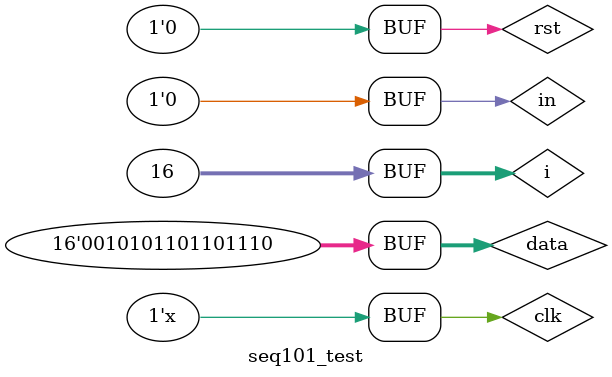
<source format=v>
`timescale 1ns / 1ps
module seq101_test();

reg clk,rst,in;
wire out;
seq101_3 ins(clk,rst,in,out);
reg [0:15] data;
integer i;
initial begin
	clk=0;
	rst=0;
	data=16'b0010_1011_0110_1110;
	#1 rst=1;
	#1 rst=0;
end

initial begin
	#1;
	for(i=0;i<16;i=i+1)
		#2 in=data[i];
end

always 
	#1 clk=~clk;

endmodule
</source>
